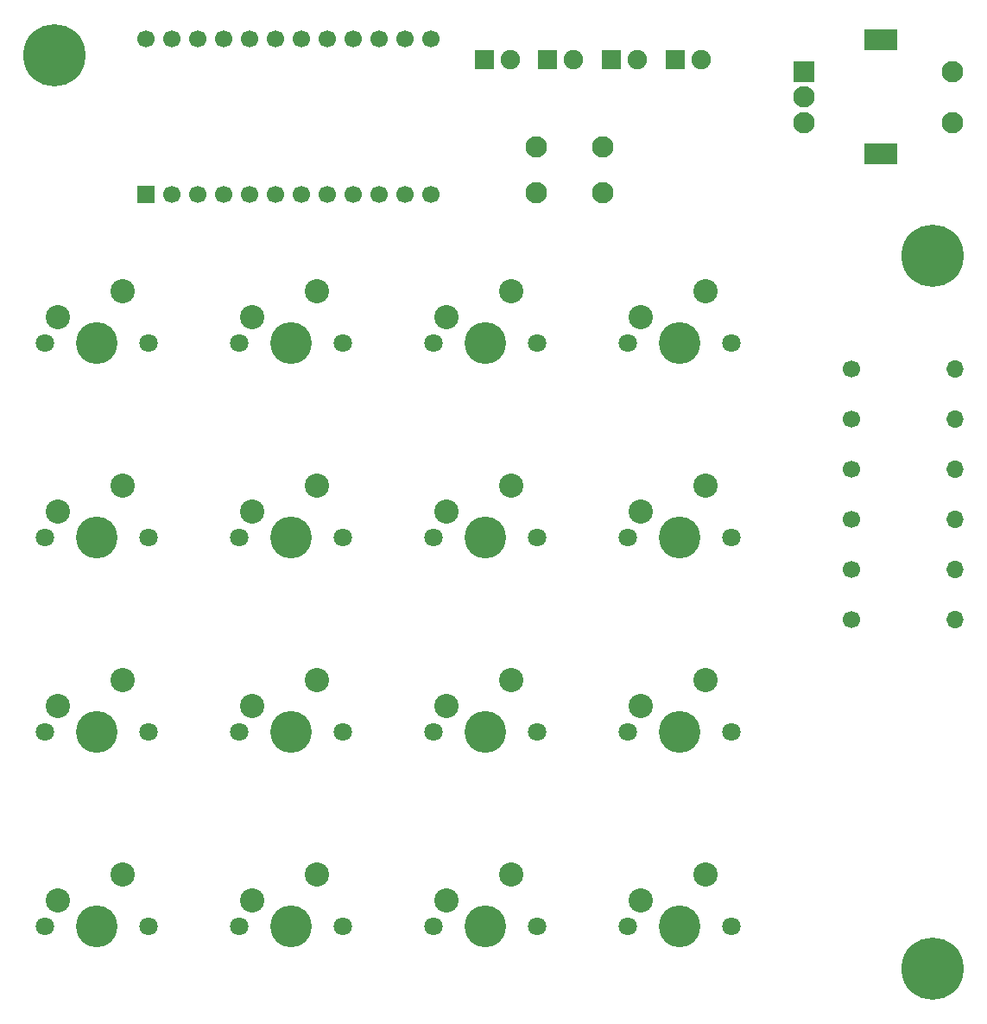
<source format=gbr>
%TF.GenerationSoftware,KiCad,Pcbnew,(5.1.6)-1*%
%TF.CreationDate,2021-05-12T17:33:29+01:00*%
%TF.ProjectId,HID_KEYPAD,4849445f-4b45-4595-9041-442e6b696361,rev?*%
%TF.SameCoordinates,Original*%
%TF.FileFunction,Soldermask,Top*%
%TF.FilePolarity,Negative*%
%FSLAX46Y46*%
G04 Gerber Fmt 4.6, Leading zero omitted, Abs format (unit mm)*
G04 Created by KiCad (PCBNEW (5.1.6)-1) date 2021-05-12 17:33:29*
%MOMM*%
%LPD*%
G01*
G04 APERTURE LIST*
%ADD10O,1.700000X1.700000*%
%ADD11C,1.700000*%
%ADD12C,1.900000*%
%ADD13R,1.900000X1.900000*%
%ADD14C,2.100000*%
%ADD15C,6.100000*%
%ADD16C,1.801800*%
%ADD17C,2.386000*%
%ADD18C,4.087800*%
%ADD19R,1.700000X1.700000*%
%ADD20R,2.100000X2.100000*%
%ADD21R,3.300000X2.100000*%
G04 APERTURE END LIST*
D10*
%TO.C,R1*%
X204760000Y-110200000D03*
D11*
X194600000Y-110200000D03*
%TD*%
D12*
%TO.C,D1*%
X161090000Y-55350000D03*
D13*
X158550000Y-55350000D03*
%TD*%
D14*
%TO.C,SW1*%
X170200000Y-63900000D03*
X170200000Y-68400000D03*
X163700000Y-63900000D03*
X163700000Y-68400000D03*
%TD*%
D15*
%TO.C,H3*%
X202500000Y-144400000D03*
%TD*%
%TO.C,H2*%
X202500000Y-74550000D03*
%TD*%
%TO.C,H1*%
X116450000Y-54900000D03*
%TD*%
D10*
%TO.C,R4*%
X204760000Y-95470000D03*
D11*
X194600000Y-95470000D03*
%TD*%
D12*
%TO.C,D4*%
X179840000Y-55350000D03*
D13*
X177300000Y-55350000D03*
%TD*%
D16*
%TO.C,SW18*%
X172620000Y-140250000D03*
X182780000Y-140250000D03*
D17*
X173890000Y-137710000D03*
D18*
X177700000Y-140250000D03*
D17*
X180240000Y-135170000D03*
%TD*%
D16*
%TO.C,SW17*%
X172620000Y-121200000D03*
X182780000Y-121200000D03*
D17*
X173890000Y-118660000D03*
D18*
X177700000Y-121200000D03*
D17*
X180240000Y-116120000D03*
%TD*%
D16*
%TO.C,SW16*%
X172620000Y-102150000D03*
X182780000Y-102150000D03*
D17*
X173890000Y-99610000D03*
D18*
X177700000Y-102150000D03*
D17*
X180240000Y-97070000D03*
%TD*%
D16*
%TO.C,SW15*%
X172620000Y-83100000D03*
X182780000Y-83100000D03*
D17*
X173890000Y-80560000D03*
D18*
X177700000Y-83100000D03*
D17*
X180240000Y-78020000D03*
%TD*%
D16*
%TO.C,SW14*%
X153570000Y-140250000D03*
X163730000Y-140250000D03*
D17*
X154840000Y-137710000D03*
D18*
X158650000Y-140250000D03*
D17*
X161190000Y-135170000D03*
%TD*%
D16*
%TO.C,SW13*%
X153570000Y-121200000D03*
X163730000Y-121200000D03*
D17*
X154840000Y-118660000D03*
D18*
X158650000Y-121200000D03*
D17*
X161190000Y-116120000D03*
%TD*%
D16*
%TO.C,SW12*%
X153570000Y-102150000D03*
X163730000Y-102150000D03*
D17*
X154840000Y-99610000D03*
D18*
X158650000Y-102150000D03*
D17*
X161190000Y-97070000D03*
%TD*%
D16*
%TO.C,SW11*%
X153570000Y-83100000D03*
X163730000Y-83100000D03*
D17*
X154840000Y-80560000D03*
D18*
X158650000Y-83100000D03*
D17*
X161190000Y-78020000D03*
%TD*%
D16*
%TO.C,SW10*%
X134520000Y-140250000D03*
X144680000Y-140250000D03*
D17*
X135790000Y-137710000D03*
D18*
X139600000Y-140250000D03*
D17*
X142140000Y-135170000D03*
%TD*%
D16*
%TO.C,SW9*%
X134520000Y-121200000D03*
X144680000Y-121200000D03*
D17*
X135790000Y-118660000D03*
D18*
X139600000Y-121200000D03*
D17*
X142140000Y-116120000D03*
%TD*%
D16*
%TO.C,SW8*%
X134520000Y-102150000D03*
X144680000Y-102150000D03*
D17*
X135790000Y-99610000D03*
D18*
X139600000Y-102150000D03*
D17*
X142140000Y-97070000D03*
%TD*%
D16*
%TO.C,SW7*%
X134520000Y-83100000D03*
X144680000Y-83100000D03*
D17*
X135790000Y-80560000D03*
D18*
X139600000Y-83100000D03*
D17*
X142140000Y-78020000D03*
%TD*%
D16*
%TO.C,SW6*%
X115470000Y-140250000D03*
X125630000Y-140250000D03*
D17*
X116740000Y-137710000D03*
D18*
X120550000Y-140250000D03*
D17*
X123090000Y-135170000D03*
%TD*%
D16*
%TO.C,SW5*%
X115470000Y-121200000D03*
X125630000Y-121200000D03*
D17*
X116740000Y-118660000D03*
D18*
X120550000Y-121200000D03*
D17*
X123090000Y-116120000D03*
%TD*%
D16*
%TO.C,SW4*%
X115470000Y-102150000D03*
X125630000Y-102150000D03*
D17*
X116740000Y-99610000D03*
D18*
X120550000Y-102150000D03*
D17*
X123090000Y-97070000D03*
%TD*%
D16*
%TO.C,SW3*%
X115470000Y-83100000D03*
X125630000Y-83100000D03*
D17*
X116740000Y-80560000D03*
D18*
X120550000Y-83100000D03*
D17*
X123090000Y-78020000D03*
%TD*%
D11*
%TO.C,U1*%
X125380000Y-53280000D03*
X127920000Y-53280000D03*
X130460000Y-53280000D03*
X133000000Y-53280000D03*
X135540000Y-53280000D03*
X138080000Y-53280000D03*
X140620000Y-53280000D03*
X143160000Y-53280000D03*
X145700000Y-53280000D03*
X148240000Y-53280000D03*
X150780000Y-53280000D03*
X153320000Y-53280000D03*
X153320000Y-68520000D03*
X150780000Y-68520000D03*
X148240000Y-68520000D03*
X145700000Y-68520000D03*
X143160000Y-68520000D03*
X140620000Y-68520000D03*
X138080000Y-68520000D03*
X135540000Y-68520000D03*
X133000000Y-68520000D03*
X130460000Y-68520000D03*
X127920000Y-68520000D03*
D19*
X125380000Y-68520000D03*
%TD*%
D20*
%TO.C,SW2*%
X189950000Y-56500000D03*
D14*
X189950000Y-59000000D03*
X189950000Y-61500000D03*
D21*
X197450000Y-53400000D03*
X197450000Y-64600000D03*
D14*
X204450000Y-56500000D03*
X204450000Y-61500000D03*
%TD*%
D10*
%TO.C,R6*%
X204760000Y-85650000D03*
D11*
X194600000Y-85650000D03*
%TD*%
D10*
%TO.C,R5*%
X204760000Y-90560000D03*
D11*
X194600000Y-90560000D03*
%TD*%
D10*
%TO.C,R3*%
X204760000Y-100380000D03*
D11*
X194600000Y-100380000D03*
%TD*%
D10*
%TO.C,R2*%
X204760000Y-105290000D03*
D11*
X194600000Y-105290000D03*
%TD*%
D12*
%TO.C,D3*%
X173590000Y-55350000D03*
D13*
X171050000Y-55350000D03*
%TD*%
D12*
%TO.C,D2*%
X167340000Y-55350000D03*
D13*
X164800000Y-55350000D03*
%TD*%
M02*

</source>
